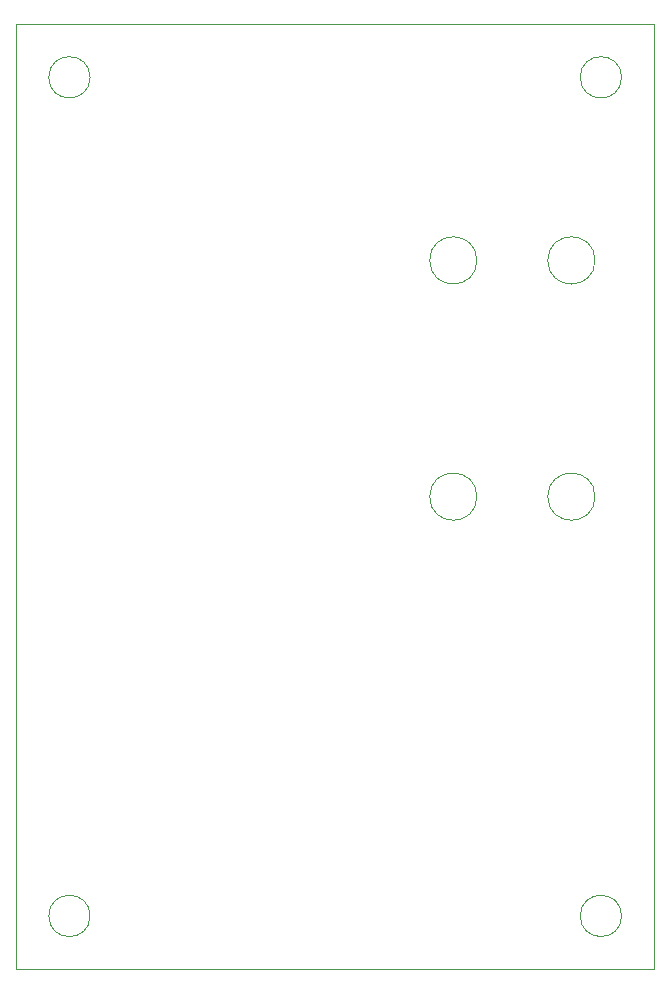
<source format=gbr>
%TF.GenerationSoftware,KiCad,Pcbnew,(5.1.9)-1*%
%TF.CreationDate,2021-03-23T14:31:34+01:00*%
%TF.ProjectId,DCF77 Receiver,44434637-3720-4526-9563-65697665722e,rev?*%
%TF.SameCoordinates,Original*%
%TF.FileFunction,Profile,NP*%
%FSLAX46Y46*%
G04 Gerber Fmt 4.6, Leading zero omitted, Abs format (unit mm)*
G04 Created by KiCad (PCBNEW (5.1.9)-1) date 2021-03-23 14:31:34*
%MOMM*%
%LPD*%
G01*
G04 APERTURE LIST*
%TA.AperFunction,Profile*%
%ADD10C,0.050000*%
%TD*%
G04 APERTURE END LIST*
D10*
X86250000Y-185500000D02*
G75*
G03*
X86250000Y-185500000I-1750000J0D01*
G01*
X131250000Y-185500000D02*
G75*
G03*
X131250000Y-185500000I-1750000J0D01*
G01*
X131250000Y-114500000D02*
G75*
G03*
X131250000Y-114500000I-1750000J0D01*
G01*
X86250000Y-114500000D02*
G75*
G03*
X86250000Y-114500000I-1750000J0D01*
G01*
X129000000Y-150000000D02*
G75*
G03*
X129000000Y-150000000I-2000000J0D01*
G01*
X119000000Y-150000000D02*
G75*
G03*
X119000000Y-150000000I-2000000J0D01*
G01*
X119000000Y-130000000D02*
G75*
G03*
X119000000Y-130000000I-2000000J0D01*
G01*
X129000000Y-130000000D02*
G75*
G03*
X129000000Y-130000000I-2000000J0D01*
G01*
X134000000Y-110000000D02*
X80000000Y-110000000D01*
X134000000Y-190000000D02*
X134000000Y-110000000D01*
X80000000Y-190000000D02*
X134000000Y-190000000D01*
X80000000Y-110000000D02*
X80000000Y-190000000D01*
M02*

</source>
